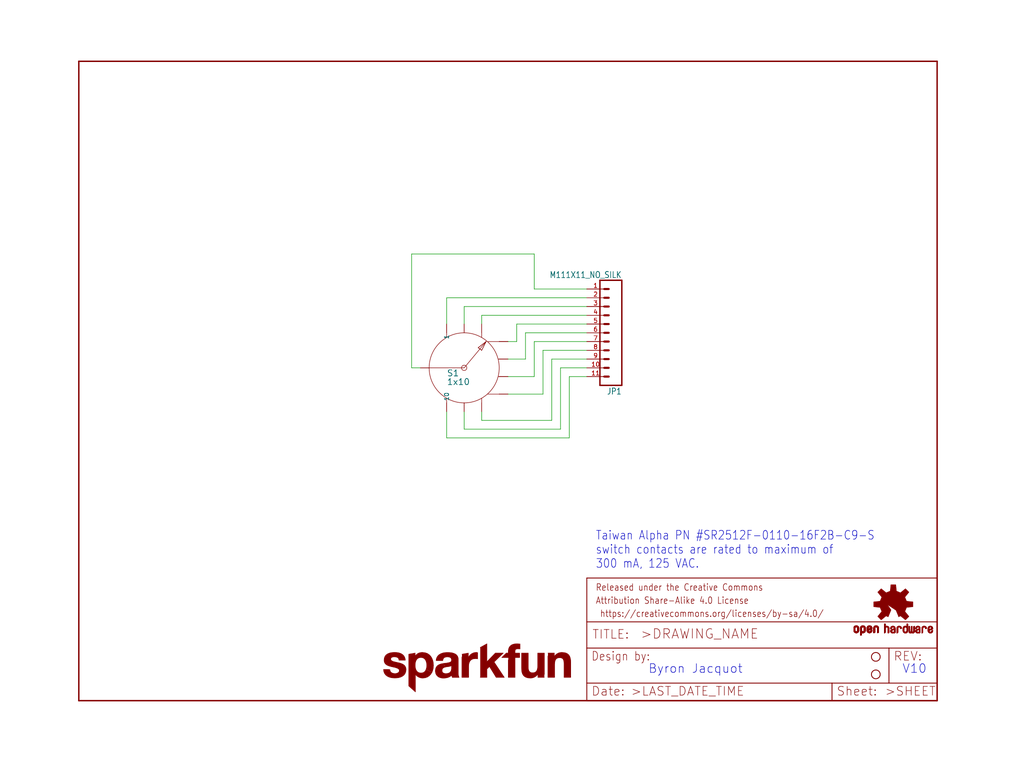
<source format=kicad_sch>
(kicad_sch (version 20211123) (generator eeschema)
  (paper "User" 297.002 223.926)
  (lib_symbols
    (symbol "eagleSchem-eagle-import:FRAME-LETTER"
      (symbol "FRAME-LETTER_2_0"
        (text " https://creativecommons.org/licenses/by-sa/4.0/" (at 2.54 24.13 0) (effects (font (size 1.9304 1.6408)) (justify left bottom)))
        (text ">DRAWING_NAME" (at 15.494 17.78 0) (effects (font (size 2.7432 2.7432)) (justify left bottom)))
        (text ">LAST_DATE_TIME" (at 12.7 1.27 0) (effects (font (size 2.54 2.54)) (justify left bottom)))
        (text ">SHEET" (at 86.36 1.27 0) (effects (font (size 2.54 2.54)) (justify left bottom)))
        (text "Attribution Share-Alike 4.0 License" (at 2.54 27.94 0) (effects (font (size 1.9304 1.6408)) (justify left bottom)))
        (text "Date:" (at 1.27 1.27 0) (effects (font (size 2.54 2.54)) (justify left bottom)))
        (text "Design by:" (at 1.27 11.43 0) (effects (font (size 2.54 2.159)) (justify left bottom)))
        (text "Released under the Creative Commons" (at 2.54 31.75 0) (effects (font (size 1.9304 1.6408)) (justify left bottom)))
        (text "REV:" (at 88.9 11.43 0) (effects (font (size 2.54 2.54)) (justify left bottom)))
        (text "Sheet:" (at 72.39 1.27 0) (effects (font (size 2.54 2.54)) (justify left bottom)))
        (text "TITLE:" (at 1.524 17.78 0) (effects (font (size 2.54 2.54)) (justify left bottom)))
      )
    )
    (symbol "eagleSchem-eagle-import:M111X11_NO_SILK"
      (property "Reference" "JP" (at 0 16.002 0))
      (property "Value" "M111X11_NO_SILK" (at 0 -17.78 0))
      (symbol "M111X11_NO_SILK_1_0"
        (pin passive line (at 10.16 -12.7 180) (length 5.08) (name "1") (number "1"))
        (pin passive line (at 10.16 10.16 180) (length 5.08) (name "10") (number "10"))
        (pin passive line (at 10.16 12.7 180) (length 5.08) (name "11") (number "11"))
        (pin passive line (at 10.16 -10.16 180) (length 5.08) (name "2") (number "2"))
        (pin passive line (at 10.16 -7.62 180) (length 5.08) (name "3") (number "3"))
        (pin passive line (at 10.16 -5.08 180) (length 5.08) (name "4") (number "4"))
        (pin passive line (at 10.16 -2.54 180) (length 5.08) (name "5") (number "5"))
        (pin passive line (at 10.16 0 180) (length 5.08) (name "6") (number "6"))
        (pin passive line (at 10.16 2.54 180) (length 5.08) (name "7") (number "7"))
        (pin passive line (at 10.16 5.08 180) (length 5.08) (name "8") (number "8"))
        (pin passive line (at 10.16 7.62 180) (length 5.08) (name "9") (number "9"))
      )
    )
    (symbol "eagleSchem-eagle-import:OSHW-LOGOM")
    (symbol "eagleSchem-eagle-import:SFE_LOGO_NAME.1_INCH")
    (symbol "eagleSchem-eagle-import:STAND-OFF")
    (symbol "eagleSchem-eagle-import:SWITCH_ROTARY_1X10KIT"
      (property "Reference" "S" (at -5.08 -2.54 0))
      (property "Value" "SWITCH_ROTARY_1X10KIT" (at -5.08 -5.08 0))
      (symbol "SWITCH_ROTARY_1X10KIT_1_0"
        (pin bidirectional line (at -5.08 12.7 270) (length 2.54) (name "1") (number "1"))
        (pin bidirectional line (at -5.08 -12.7 90) (length 2.54) (name "10") (number "10"))
        (pin bidirectional line (at 0 12.7 270) (length 2.54) (name "2") (number "2"))
        (pin bidirectional line (at 5.08 12.7 270) (length 2.54) (name "3") (number "3"))
        (pin bidirectional line (at 12.7 7.62 180) (length 2.54) (name "4") (number "4"))
        (pin bidirectional line (at 12.7 2.54 180) (length 2.54) (name "5") (number "5"))
        (pin bidirectional line (at 12.7 -2.54 180) (length 2.54) (name "6") (number "6"))
        (pin bidirectional line (at 12.7 -7.62 180) (length 2.54) (name "7") (number "7"))
        (pin bidirectional line (at 5.08 -12.7 90) (length 2.54) (name "8") (number "8"))
        (pin bidirectional line (at 0 -12.7 90) (length 2.54) (name "9") (number "9"))
        (pin bidirectional line (at -12.7 0 0) (length 2.54) (name "COMMON") (number "COMMON"))
      )
    )
  )
  (wire (pts (xy 162.56 124.46) (xy 162.56 106.68)))
  (wire (pts (xy 170.18 96.52) (xy 152.4 96.52)))
  (wire (pts (xy 170.18 86.36) (xy 129.54 86.36)))
  (wire (pts (xy 170.18 104.14) (xy 160.02 104.14)))
  (wire (pts (xy 154.94 109.22) (xy 147.32 109.22)))
  (wire (pts (xy 134.62 88.9) (xy 170.18 88.9)))
  (wire (pts (xy 129.54 86.36) (xy 129.54 93.98)))
  (wire (pts (xy 157.48 114.3) (xy 147.32 114.3)))
  (wire (pts (xy 160.02 121.92) (xy 139.7 121.92)))
  (wire (pts (xy 119.38 73.66) (xy 119.38 106.68)))
  (wire (pts (xy 139.7 121.92) (xy 139.7 119.38)))
  (wire (pts (xy 165.1 127) (xy 129.54 127)))
  (wire (pts (xy 160.02 104.14) (xy 160.02 121.92)))
  (wire (pts (xy 154.94 99.06) (xy 154.94 109.22)))
  (wire (pts (xy 149.86 99.06) (xy 147.32 99.06)))
  (wire (pts (xy 157.48 101.6) (xy 157.48 114.3)))
  (wire (pts (xy 134.62 93.98) (xy 134.62 88.9)))
  (wire (pts (xy 170.18 93.98) (xy 149.86 93.98)))
  (wire (pts (xy 170.18 99.06) (xy 154.94 99.06)))
  (wire (pts (xy 162.56 106.68) (xy 170.18 106.68)))
  (wire (pts (xy 170.18 91.44) (xy 139.7 91.44)))
  (wire (pts (xy 154.94 83.82) (xy 154.94 73.66)))
  (wire (pts (xy 165.1 109.22) (xy 165.1 127)))
  (wire (pts (xy 154.94 73.66) (xy 119.38 73.66)))
  (wire (pts (xy 149.86 93.98) (xy 149.86 99.06)))
  (wire (pts (xy 152.4 104.14) (xy 147.32 104.14)))
  (wire (pts (xy 119.38 106.68) (xy 121.92 106.68)))
  (wire (pts (xy 170.18 109.22) (xy 165.1 109.22)))
  (wire (pts (xy 170.18 83.82) (xy 154.94 83.82)))
  (wire (pts (xy 134.62 119.38) (xy 134.62 124.46)))
  (wire (pts (xy 152.4 96.52) (xy 152.4 104.14)))
  (wire (pts (xy 170.18 101.6) (xy 157.48 101.6)))
  (wire (pts (xy 129.54 127) (xy 129.54 119.38)))
  (wire (pts (xy 134.62 124.46) (xy 162.56 124.46)))
  (wire (pts (xy 139.7 91.44) (xy 139.7 93.98)))
  (text "Taiwan Alpha PN #SR2512F-0110-16F2B-C9-S\nswitch contacts are rated to maximum of\n300 mA, 125 VAC." (at 172.72 165.1 0) (effects (font (size 2.54 2.159)) (justify left bottom)))
  (text "Byron Jacquot" (at 187.96 195.58 180) (effects (font (size 2.54 2.54)) (justify left bottom)))
  (text "V10" (at 261.62 195.58 180) (effects (font (size 2.54 2.54)) (justify left bottom)))
  (symbol (lib_id "eagleSchem-eagle-import:FRAME-LETTER") (at 170.18 203.2 0) (unit 2)
    (property "Reference" "FRAME1" (effects hide))
    (property "Value" "FRAME-LETTER" (effects hide))
    (property "Footprint" "eagleSchem:CREATIVE_COMMONS" (effects hide))
  )
  (symbol (lib_id "eagleSchem-eagle-import:SWITCH_ROTARY_1X10KIT") (at 134.62 106.68 0) (unit 1)
    (property "Reference" "S1" (at 129.54 109.22 0) (effects (font (size 1.778 1.778)) (justify left bottom)))
    (property "Value" "1x10" (at 129.54 111.76 0) (effects (font (size 1.778 1.778)) (justify left bottom)))
    (property "Footprint" "eagleSchem:ROTARY_SWITCH_1X10_KIT" (effects hide))
  )
  (symbol (lib_id "eagleSchem-eagle-import:SFE_LOGO_NAME.1_INCH") (at 109.22 200.66 0) (unit 1)
    (property "Reference" "LOGO3" (effects hide))
    (property "Value" "SFE_LOGO_NAME.1_INCH" (effects hide))
    (property "Footprint" "eagleSchem:SFE_LOGO_NAME_.1" (effects hide))
  )
  (symbol (lib_id "eagleSchem-eagle-import:OSHW-LOGOM") (at 259.08 175.26 0) (unit 1)
    (property "Reference" "LOGO1" (effects hide))
    (property "Value" "OSHW-LOGOM" (effects hide))
    (property "Footprint" "eagleSchem:OSHW-LOGO-M" (effects hide))
  )
  (symbol (lib_id "eagleSchem-eagle-import:M111X11_NO_SILK") (at 180.34 96.52 180) (unit 1)
    (property "Reference" "JP1" (at 180.34 112.522 0) (effects (font (size 1.778 1.5113)) (justify left bottom)))
    (property "Value" "M111X11_NO_SILK" (at 180.34 78.74 0) (effects (font (size 1.778 1.5113)) (justify left bottom)))
    (property "Footprint" "eagleSchem:1X11_NO_SILK" (effects hide))
  )
  (symbol (lib_id "eagleSchem-eagle-import:STAND-OFF") (at 254 190.5 0) (unit 1)
    (property "Reference" "STANDOFF4" (effects hide))
    (property "Value" "STAND-OFF" (effects hide))
    (property "Footprint" "eagleSchem:STAND-OFF" (effects hide))
  )
  (symbol (lib_id "eagleSchem-eagle-import:FRAME-LETTER") (at 22.86 203.2 0) (unit 1)
    (property "Reference" "FRAME1" (effects hide))
    (property "Value" "FRAME-LETTER" (effects hide))
    (property "Footprint" "eagleSchem:CREATIVE_COMMONS" (effects hide))
  )
  (symbol (lib_id "eagleSchem-eagle-import:STAND-OFF") (at 254 195.58 0) (unit 1)
    (property "Reference" "STANDOFF2" (effects hide))
    (property "Value" "STAND-OFF" (effects hide))
    (property "Footprint" "eagleSchem:STAND-OFF" (effects hide))
  )
)
</source>
